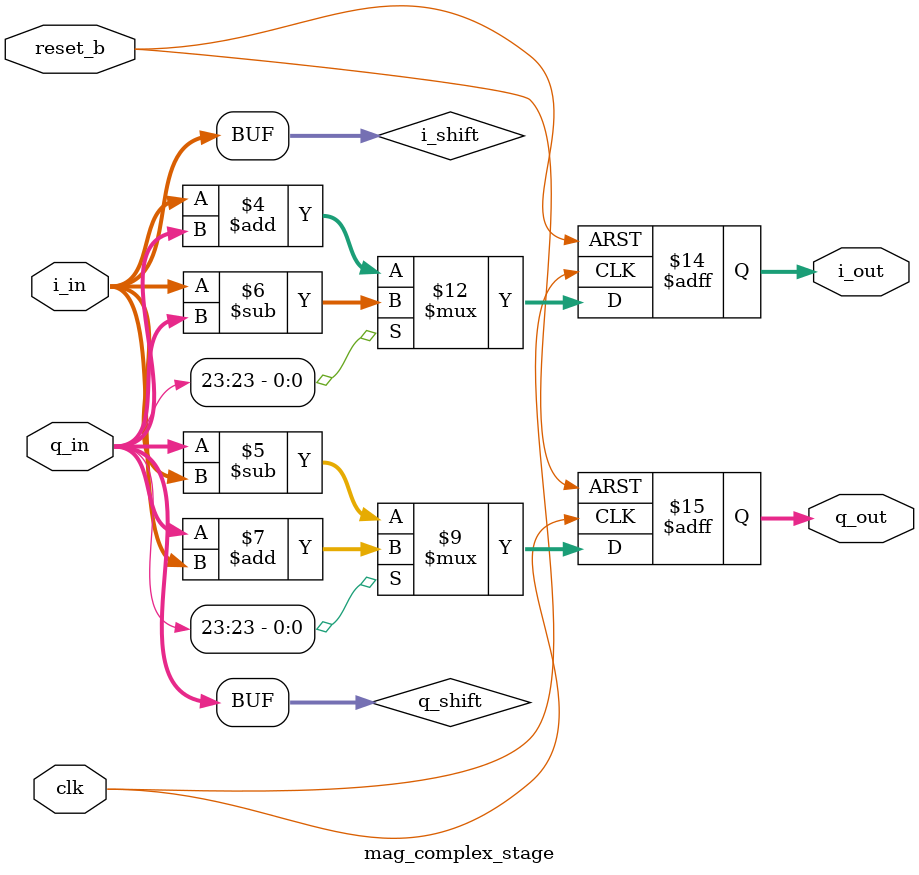
<source format=v>

module mag_complex_stage
    #(parameter NUM_STAGE = 0)  // number of stage rotate
    (
    input             reset_b,  // reset
    input             clk,      // clock
    input      [23:0] i_in,     // real part for current stage 
    input      [23:0] q_in,     // image part for current stage     
    output reg [23:0] i_out,    // real part for next stage  
    output reg [23:0] q_out     // image part for next stage    
    );
    
    wire [23:0] i_shift = { {(NUM_STAGE){i_in[23]}}, i_in[23:NUM_STAGE] };          
    wire [23:0] q_shift = { {(NUM_STAGE){q_in[23]}}, q_in[23:NUM_STAGE] };    
    wire positive_imag = ~q_in[23];       

    always @(posedge clk, negedge reset_b)
        if (~reset_b) begin
            i_out    <= 24'd0;    
            q_out    <= 24'd0;      
        end else begin
            if (positive_imag) begin
                i_out    <= i_in + q_shift;    
                q_out    <= q_in - i_shift;    
            end else begin
                i_out    <= i_in - q_shift;    
                q_out    <= q_in + i_shift;             
            end
        end
        
        
    
endmodule









</source>
